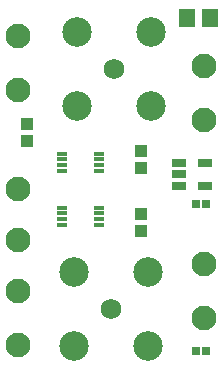
<source format=gbr>
G04 #@! TF.GenerationSoftware,KiCad,Pcbnew,5.0.2-bee76a0~70~ubuntu16.04.1*
G04 #@! TF.CreationDate,2019-01-24T21:22:35-05:00*
G04 #@! TF.ProjectId,pcb,7063622e-6b69-4636-9164-5f7063625858,v01*
G04 #@! TF.SameCoordinates,Original*
G04 #@! TF.FileFunction,Soldermask,Top*
G04 #@! TF.FilePolarity,Negative*
%FSLAX46Y46*%
G04 Gerber Fmt 4.6, Leading zero omitted, Abs format (unit mm)*
G04 Created by KiCad (PCBNEW 5.0.2-bee76a0~70~ubuntu16.04.1) date Thu 24 Jan 2019 09:22:35 PM EST*
%MOMM*%
%LPD*%
G01*
G04 APERTURE LIST*
%ADD10C,1.751600*%
%ADD11C,2.501600*%
%ADD12C,2.100580*%
%ADD13R,0.901600X0.401600*%
%ADD14R,1.161600X0.751600*%
%ADD15R,1.031600X1.031600*%
%ADD16R,1.401600X1.601600*%
%ADD17R,0.641600X0.701600*%
G04 APERTURE END LIST*
D10*
G04 #@! TO.C,IN1*
X108966000Y-106680000D03*
D11*
X105836000Y-103550000D03*
X112096000Y-103550000D03*
X112096000Y-109810000D03*
X105836000Y-109810000D03*
G04 #@! TD*
G04 #@! TO.C,IN2*
X106090000Y-89490000D03*
X112350000Y-89490000D03*
X112350000Y-83230000D03*
X106090000Y-83230000D03*
D10*
X109220000Y-86360000D03*
G04 #@! TD*
D12*
G04 #@! TO.C,RF1*
X116840000Y-107442000D03*
G04 #@! TD*
G04 #@! TO.C,RF2*
X116840000Y-86106000D03*
G04 #@! TD*
G04 #@! TO.C,SDO1*
X101092000Y-105156000D03*
G04 #@! TD*
G04 #@! TO.C,~CS1*
X101092000Y-109728000D03*
G04 #@! TD*
G04 #@! TO.C,SDO2*
X101092000Y-83566000D03*
G04 #@! TD*
G04 #@! TO.C,~CS2*
X101092000Y-88138000D03*
G04 #@! TD*
G04 #@! TO.C,SCLK*
X101092000Y-100838000D03*
G04 #@! TD*
D13*
G04 #@! TO.C,U1*
X104876000Y-98056000D03*
X104876000Y-98556000D03*
X104876000Y-99056000D03*
X104876000Y-99556000D03*
X107976000Y-99556000D03*
X107976000Y-99056000D03*
X107976000Y-98556000D03*
X107976000Y-98056000D03*
G04 #@! TD*
G04 #@! TO.C,U2*
X107976000Y-93484000D03*
X107976000Y-93984000D03*
X107976000Y-94484000D03*
X107976000Y-94984000D03*
X104876000Y-94984000D03*
X104876000Y-94484000D03*
X104876000Y-93984000D03*
X104876000Y-93484000D03*
G04 #@! TD*
D14*
G04 #@! TO.C,U3*
X114724000Y-94300000D03*
X114724000Y-95250000D03*
X114724000Y-96200000D03*
X116924000Y-96200000D03*
X116924000Y-94300000D03*
G04 #@! TD*
D15*
G04 #@! TO.C,C1*
X111506000Y-98564000D03*
X111506000Y-100064000D03*
G04 #@! TD*
G04 #@! TO.C,C2*
X111506000Y-93230000D03*
X111506000Y-94730000D03*
G04 #@! TD*
D16*
G04 #@! TO.C,C3*
X117348000Y-82042000D03*
X115448000Y-82042000D03*
G04 #@! TD*
D15*
G04 #@! TO.C,C4*
X101854000Y-92444000D03*
X101854000Y-90944000D03*
G04 #@! TD*
D17*
G04 #@! TO.C,C5*
X117016000Y-97790000D03*
X116156000Y-97790000D03*
G04 #@! TD*
G04 #@! TO.C,C6*
X117016000Y-110236000D03*
X116156000Y-110236000D03*
G04 #@! TD*
D12*
G04 #@! TO.C,AVIN*
X116840000Y-90678000D03*
G04 #@! TD*
G04 #@! TO.C,DVDD*
X101092000Y-96520000D03*
G04 #@! TD*
G04 #@! TO.C,AVOUT*
X116840000Y-102870000D03*
G04 #@! TD*
M02*

</source>
